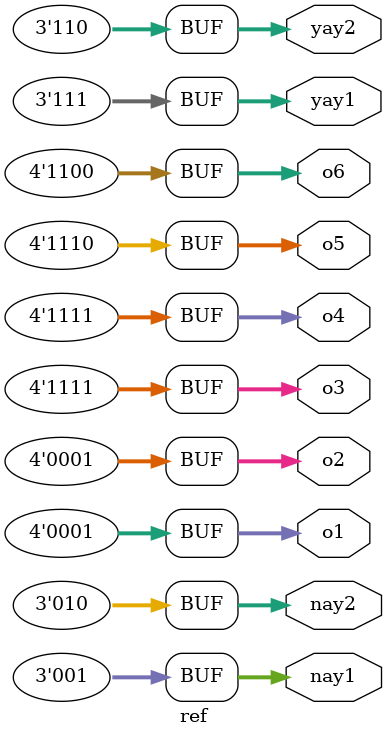
<source format=v>
module GeneratorSigned1(out);
	output wire signed out;
	assign out = 1;
endmodule

module GeneratorUnsigned1(out);
	output wire out;
	assign out = 1;
endmodule

module GeneratorSigned2(out);
	output wire signed [1:0] out;
	assign out = 2;
endmodule

module GeneratorUnsigned2(out);
	output wire [1:0] out;
	assign out = 2;
endmodule

module PassThrough(a, b);
	input wire [3:0] a;
	output wire [3:0] b;
	assign b = a;
endmodule

module act(o1, o2, o3, o4, o5, o6, yay1, nay1, yay2, nay2);
	output wire [3:0] o1, o2, o3, o4, o5, o6;

	// unsigned constant
	PassThrough pt1(1'b1, o1);

	// unsigned wire
	wire tmp2;
	assign tmp2 = 1'sb1;
	PassThrough pt2(tmp2, o2);

	// signed constant
	PassThrough pt3(1'sb1, o3);

	// signed wire
	wire signed tmp4;
	assign tmp4 = 1'sb1;
	PassThrough pt4(tmp4, o4);

	// signed expressions
	wire signed [1:0] tmp5a = 2'b11;
	wire signed [1:0] tmp5b = 2'b01;
	PassThrough pt5(tmp5a ^ tmp5b, o5);

	wire signed [2:0] tmp6a = 3'b100;
	wire signed [2:0] tmp6b = 3'b001;
	PassThrough pt6(tmp6a ? tmp6a : tmp6b, o6);

	output wire [2:0] yay1, nay1;
	GeneratorSigned1   os1(yay1);
	GeneratorUnsigned1 ou1(nay1);

	output wire [2:0] yay2, nay2;
	GeneratorSigned2   os2(yay2);
	GeneratorUnsigned2 ou2(nay2);
endmodule

module ref(o1, o2, o3, o4, o5, o6, yay1, nay1, yay2, nay2);
	output wire [3:0] o1, o2, o3, o4, o5, o6;

	assign o1 = 4'b0001;
	assign o2 = 4'b0001;
	assign o3 = 4'b1111;
	assign o4 = 4'b1111;
	assign o5 = 4'b1110;
	assign o6 = 4'b1100;

	output wire [2:0] yay1, nay1;
	assign yay1 = 3'b111;
	assign nay1 = 3'b001;

	output wire [2:0] yay2, nay2;
	assign yay2 = 3'b110;
	assign nay2 = 3'b010;
endmodule

</source>
